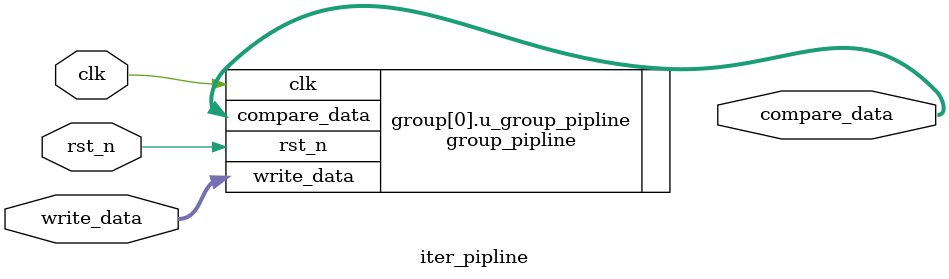
<source format=v>
/*

Copyright (c) 2015-2016 haorui

email:hao310rui@163.com

Permission is hereby granted, free of charge, to any person obtaining a copy
of this software and associated documentation files (the "Software"), to deal
in the Software without restriction, including without limitation the rights
to use, copy, modify, merge, publish, distribute, sublicense, and/or sell
copies of the Software, and to permit persons to whom the Software is
furnished to do so, subject to the following conditions:

The above copyright notice and this permission notice shall be included in
all copies or substantial portions of the Software.

THE SOFTWARE IS PROVIDED "AS IS", WITHOUT WARRANTY OF ANY KIND, EXPRESS OR
IMPLIED, INCLUDING BUT NOT LIMITED TO THE WARRANTIES OF MERCHANTABILITY
FITNESS FOR A PARTICULAR PURPOSE AND NONINFRINGEMENT. IN NO EVENT SHALL THE
AUTHORS OR COPYRIGHT HOLDERS BE LIABLE FOR ANY CLAIM, DAMAGES OR OTHER
LIABILITY, WHETHER IN AN ACTION OF CONTRACT, TORT OR OTHERWISE, ARISING FROM,
OUT OF OR IN CONNECTION WITH THE SOFTWARE OR THE USE OR OTHER DEALINGS IN
THE SOFTWARE.

*/

// Language: Verilog 2001

`timescale 1ns / 1ps

/*
 * Content Addressable Memory (block RAM based)
 */
module iter_pipline #(
	// compare data bus width
    	parameter DATA_WIDTH = 64         ,
    	// compare data count
    	parameter DATA_CNT   = 1024       ,
   	parameter COM_STYLE = "UP"        ,		
	parameter GROUP = 1               ,
        parameter GSTEP = 1024            ,
        parameter NUM   = 512             ,
        parameter STEP  = 512             
)
(
    input  wire                     clk,
    input  wire                     rst_n,

    //input  wire [DATA_WIDTH-1:0]     write_data[DATA_CNT-1:0],
    //output wire  [DATA_WIDTH-1:0]    compare_data[DATA_CNT-1:0]

    input  wire  [DATA_CNT*DATA_WIDTH-1:0]     write_data,
    output wire  [DATA_CNT*DATA_WIDTH-1:0]     compare_data
);

      reg   [DATA_CNT*DATA_WIDTH-1:0]    wr_data  ;
      wire  [DATA_CNT*DATA_WIDTH-1:0]    com_data ;

//integer ii;
//integer jj;
//always @ (*)
//begin
//	for(ii=0;ii<DATA_CNT;ii=ii+1) begin 
//		wr_data[ii*DATA_WIDTH+:DATA_WIDTH]   =  write_data[ii];
//	end
//end

	genvar group_ind;
	generate
    		for (group_ind = 0; group_ind < GROUP; group_ind = group_ind + 1) begin : group
			group_pipline #(
    				.DATA_WIDTH (DATA_WIDTH)     ,
    				.DATA_CNT   (DATA_CNT  )     ,
   				.COM_STYLE  (COM_STYLE )     ,		
				.GROUP      (GROUP     )     ,
        			.GSTEP      (GSTEP     )     ,
        			.NUM        (NUM       )     ,
        			.STEP       (STEP      )     
			) u_group_pipline(
    				.clk                   (clk         				)    ,
    				.rst_n                 (rst_n       				)    , 
    				.write_data            (write_data[GSTEP*group_ind*DATA_WIDTH+:DATA_WIDTH*GSTEP]      )    ,
    				.compare_data          (compare_data[GSTEP*group_ind*DATA_WIDTH+:DATA_WIDTH*GSTEP]    )    
			);

    		end
	endgenerate



endmodule


</source>
